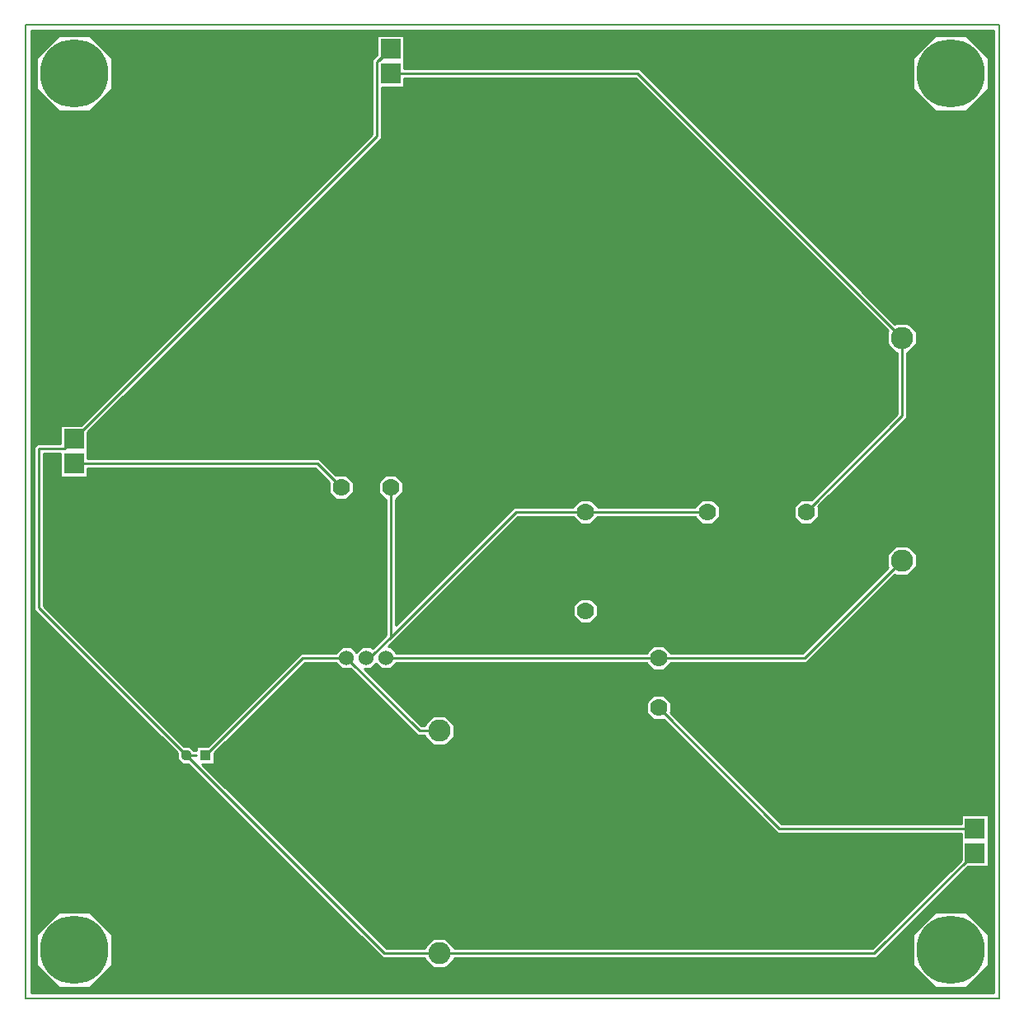
<source format=gbr>
G04 PROTEUS GERBER X2 FILE*
%TF.GenerationSoftware,Labcenter,Proteus,8.9-SP0-Build27865*%
%TF.CreationDate,2023-10-05T09:01:13+00:00*%
%TF.FileFunction,Copper,L2,Bot*%
%TF.FilePolarity,Positive*%
%TF.Part,Single*%
%TF.SameCoordinates,{d16dcb16-ce28-47dc-8ccb-8c8c1916d107}*%
%FSLAX45Y45*%
%MOMM*%
G01*
%TA.AperFunction,Conductor*%
%ADD18C,0.254000*%
%TA.AperFunction,OtherPad,Unknown*%
%ADD10C,7.000000*%
%TA.AperFunction,ComponentPad*%
%ADD11R,2.032000X2.032000*%
%ADD12C,1.778000*%
%TA.AperFunction,ComponentPad*%
%ADD13C,1.524000*%
%TA.AperFunction,ComponentPad*%
%ADD14C,2.286000*%
%TA.AperFunction,WasherPad*%
%ADD15R,1.120000X1.120000*%
%TA.AperFunction,ComponentPad*%
%ADD16C,1.120000*%
%TA.AperFunction,Profile*%
%ADD17C,0.203200*%
%TD.AperFunction*%
G36*
X+9939040Y+60960D02*
X+60960Y+60960D01*
X+60960Y+9939040D01*
X+9939040Y+9939040D01*
X+9939040Y+60960D01*
G37*
%LPC*%
G36*
X+111901Y+9339244D02*
X+111901Y+9660756D01*
X+339244Y+9888099D01*
X+660756Y+9888099D01*
X+888099Y+9660756D01*
X+888099Y+9339244D01*
X+660756Y+9111901D01*
X+339244Y+9111901D01*
X+111901Y+9339244D01*
G37*
G36*
X+9111901Y+9339244D02*
X+9111901Y+9660756D01*
X+9339244Y+9888099D01*
X+9660756Y+9888099D01*
X+9888099Y+9660756D01*
X+9888099Y+9339244D01*
X+9660756Y+9111901D01*
X+9339244Y+9111901D01*
X+9111901Y+9339244D01*
G37*
G36*
X+111901Y+339244D02*
X+111901Y+660756D01*
X+339244Y+888099D01*
X+660756Y+888099D01*
X+888099Y+660756D01*
X+888099Y+339244D01*
X+660756Y+111901D01*
X+339244Y+111901D01*
X+111901Y+339244D01*
G37*
G36*
X+9111901Y+339244D02*
X+9111901Y+660756D01*
X+9339244Y+888099D01*
X+9660756Y+888099D01*
X+9888099Y+660756D01*
X+9888099Y+339244D01*
X+9660756Y+111901D01*
X+9339244Y+111901D01*
X+9111901Y+339244D01*
G37*
G36*
X+3889699Y+9614301D02*
X+3889699Y+9550799D01*
X+6307041Y+9550799D01*
X+8928158Y+6929682D01*
X+8936874Y+6938399D01*
X+9063126Y+6938399D01*
X+9152399Y+6849126D01*
X+9152399Y+6722874D01*
X+9063126Y+6633601D01*
X+9050799Y+6633601D01*
X+9050799Y+5962959D01*
X+8141722Y+5053882D01*
X+8142999Y+5052605D01*
X+8142999Y+4947395D01*
X+8068605Y+4873001D01*
X+7963395Y+4873001D01*
X+7889001Y+4947395D01*
X+7889001Y+5052605D01*
X+7963395Y+5126999D01*
X+8068605Y+5126999D01*
X+8069882Y+5125722D01*
X+8949201Y+6005041D01*
X+8949201Y+6633601D01*
X+8936874Y+6633601D01*
X+8847601Y+6722874D01*
X+8847601Y+6849126D01*
X+8856318Y+6857842D01*
X+6264959Y+9449201D01*
X+3889699Y+9449201D01*
X+3889699Y+9360301D01*
X+3656743Y+9360301D01*
X+3656743Y+8834903D01*
X+639699Y+5817859D01*
X+639699Y+5546799D01*
X+3017041Y+5546799D01*
X+3188118Y+5375722D01*
X+3189395Y+5376999D01*
X+3294605Y+5376999D01*
X+3368999Y+5302605D01*
X+3368999Y+5197395D01*
X+3294605Y+5123001D01*
X+3189395Y+5123001D01*
X+3115001Y+5197395D01*
X+3115001Y+5302605D01*
X+3116278Y+5303882D01*
X+2974959Y+5445201D01*
X+639699Y+5445201D01*
X+639699Y+5356301D01*
X+360301Y+5356301D01*
X+360301Y+5594818D01*
X+188936Y+5594818D01*
X+188936Y+4032904D01*
X+1627741Y+2594099D01*
X+1688977Y+2594099D01*
X+1732277Y+2550799D01*
X+1755901Y+2550799D01*
X+1755901Y+2594099D01*
X+1872259Y+2594099D01*
X+2828959Y+3550799D01*
X+3185956Y+3550799D01*
X+3249456Y+3614299D01*
X+3344144Y+3614299D01*
X+3398400Y+3560043D01*
X+3452656Y+3614299D01*
X+3547344Y+3614299D01*
X+3564439Y+3597204D01*
X+3699201Y+3731966D01*
X+3699201Y+5123001D01*
X+3697395Y+5123001D01*
X+3623001Y+5197395D01*
X+3623001Y+5302605D01*
X+3697395Y+5376999D01*
X+3802605Y+5376999D01*
X+3876999Y+5302605D01*
X+3876999Y+5197395D01*
X+3802605Y+5123001D01*
X+3800799Y+5123001D01*
X+3800799Y+3833564D01*
X+5018034Y+5050799D01*
X+5623001Y+5050799D01*
X+5623001Y+5052605D01*
X+5697395Y+5126999D01*
X+5802605Y+5126999D01*
X+5876999Y+5052605D01*
X+5876999Y+5050799D01*
X+6873001Y+5050799D01*
X+6873001Y+5052605D01*
X+6947395Y+5126999D01*
X+7052605Y+5126999D01*
X+7126999Y+5052605D01*
X+7126999Y+4947395D01*
X+7052605Y+4873001D01*
X+6947395Y+4873001D01*
X+6873001Y+4947395D01*
X+6873001Y+4949201D01*
X+5876999Y+4949201D01*
X+5876999Y+4947395D01*
X+5802605Y+4873001D01*
X+5697395Y+4873001D01*
X+5623001Y+4947395D01*
X+5623001Y+4949201D01*
X+5060116Y+4949201D01*
X+3725214Y+3614299D01*
X+3750544Y+3614299D01*
X+3814044Y+3550799D01*
X+6373001Y+3550799D01*
X+6373001Y+3552605D01*
X+6447395Y+3626999D01*
X+6552605Y+3626999D01*
X+6626999Y+3552605D01*
X+6626999Y+3550799D01*
X+7978959Y+3550799D01*
X+8856318Y+4428158D01*
X+8847601Y+4436874D01*
X+8847601Y+4563126D01*
X+8936874Y+4652399D01*
X+9063126Y+4652399D01*
X+9152399Y+4563126D01*
X+9152399Y+4436874D01*
X+9063126Y+4347601D01*
X+8936874Y+4347601D01*
X+8928158Y+4356318D01*
X+8021041Y+3449201D01*
X+6626999Y+3449201D01*
X+6626999Y+3447395D01*
X+6552605Y+3373001D01*
X+6447395Y+3373001D01*
X+6373001Y+3447395D01*
X+6373001Y+3449201D01*
X+3814044Y+3449201D01*
X+3750544Y+3385701D01*
X+3655856Y+3385701D01*
X+3601600Y+3439957D01*
X+3547344Y+3385701D01*
X+3482939Y+3385701D01*
X+4067842Y+2800798D01*
X+4097601Y+2800798D01*
X+4097601Y+2813126D01*
X+4186874Y+2902399D01*
X+4313126Y+2902399D01*
X+4402399Y+2813126D01*
X+4402399Y+2686874D01*
X+4313126Y+2597601D01*
X+4186874Y+2597601D01*
X+4097601Y+2686874D01*
X+4097601Y+2699202D01*
X+4025758Y+2699202D01*
X+3339259Y+3385701D01*
X+3249456Y+3385701D01*
X+3185956Y+3449201D01*
X+2871041Y+3449201D01*
X+1944099Y+2522259D01*
X+1944099Y+2405901D01*
X+1815939Y+2405901D01*
X+3707041Y+514799D01*
X+4097601Y+514799D01*
X+4097601Y+527126D01*
X+4186874Y+616399D01*
X+4313126Y+616399D01*
X+4402399Y+527126D01*
X+4402399Y+514799D01*
X+8696958Y+514798D01*
X+9610301Y+1428141D01*
X+9610301Y+1699201D01*
X+7720959Y+1699201D01*
X+6553882Y+2866278D01*
X+6552605Y+2865001D01*
X+6447395Y+2865001D01*
X+6373001Y+2939395D01*
X+6373001Y+3044605D01*
X+6447395Y+3118999D01*
X+6552605Y+3118999D01*
X+6626999Y+3044605D01*
X+6626999Y+2939395D01*
X+6625722Y+2938118D01*
X+7763041Y+1800799D01*
X+9610301Y+1800799D01*
X+9610301Y+1889699D01*
X+9889699Y+1889699D01*
X+9889699Y+1356301D01*
X+9682141Y+1356301D01*
X+8739042Y+413202D01*
X+8718000Y+413202D01*
X+4402399Y+413201D01*
X+4402399Y+400874D01*
X+4313126Y+311601D01*
X+4186874Y+311601D01*
X+4097601Y+400874D01*
X+4097601Y+413201D01*
X+3664959Y+413201D01*
X+1672259Y+2405901D01*
X+1611023Y+2405901D01*
X+1555901Y+2461023D01*
X+1555901Y+2522259D01*
X+87338Y+3990822D01*
X+87338Y+5666658D01*
X+117096Y+5696416D01*
X+360301Y+5696416D01*
X+360301Y+5889699D01*
X+567859Y+5889699D01*
X+3555145Y+8876985D01*
X+3555145Y+9638570D01*
X+3610301Y+9693726D01*
X+3610301Y+9893699D01*
X+3889699Y+9893699D01*
X+3889699Y+9614301D01*
G37*
G36*
X+5697395Y+4110999D02*
X+5802605Y+4110999D01*
X+5876999Y+4036605D01*
X+5876999Y+3931395D01*
X+5802605Y+3857001D01*
X+5697395Y+3857001D01*
X+5623001Y+3931395D01*
X+5623001Y+4036605D01*
X+5697395Y+4110999D01*
G37*
%LPD*%
D18*
X+9000000Y+4500000D02*
X+8000000Y+3500000D01*
X+6500000Y+3500000D01*
X+3703200Y+3500000D01*
X+9000000Y+6786000D02*
X+9000000Y+5984000D01*
X+8016000Y+5000000D01*
X+7000000Y+5000000D02*
X+5750000Y+5000000D01*
X+9750000Y+1750000D02*
X+7742000Y+1750000D01*
X+6500000Y+2992000D01*
X+4250000Y+2750000D02*
X+4046800Y+2750000D01*
X+3296800Y+3500000D01*
X+3750000Y+9500000D02*
X+6286000Y+9500000D01*
X+9000000Y+6786000D01*
X+4250000Y+464000D02*
X+8718000Y+464000D01*
X+9750000Y+1496000D01*
X+3750000Y+5250000D02*
X+3750000Y+3710925D01*
X+3576200Y+3537125D01*
X+3500000Y+3500000D01*
X+5750000Y+5000000D02*
X+5039075Y+5000000D01*
X+3750000Y+3710925D01*
X+3576200Y+3537125D02*
X+3539075Y+3500000D01*
X+3500000Y+3500000D01*
X+1650000Y+2500000D02*
X+1755905Y+2500000D01*
X+1755999Y+2499906D01*
X+3750000Y+9754000D02*
X+3631769Y+9635769D01*
X+4250000Y+464000D02*
X+3686000Y+464000D01*
X+1650000Y+2500000D01*
X+1850000Y+2500000D02*
X+2850000Y+3500000D01*
X+3296800Y+3500000D01*
X+500000Y+5496000D02*
X+2996000Y+5496000D01*
X+3242000Y+5250000D01*
X+500000Y+5750000D02*
X+395617Y+5645617D01*
X+138137Y+5645617D01*
X+138137Y+4011863D01*
X+1650000Y+2500000D01*
X+500000Y+5750000D02*
X+3605944Y+8855944D01*
X+3605944Y+9617529D01*
X+3742415Y+9754000D01*
X+3750000Y+9754000D01*
X+9939040Y+60960D02*
X+60960Y+60960D01*
X+60960Y+9939040D01*
X+9939040Y+9939040D01*
X+9939040Y+60960D01*
X+111901Y+9339244D02*
X+111901Y+9660756D01*
X+339244Y+9888099D01*
X+660756Y+9888099D01*
X+888099Y+9660756D01*
X+888099Y+9339244D01*
X+660756Y+9111901D01*
X+339244Y+9111901D01*
X+111901Y+9339244D01*
X+9111901Y+9339244D02*
X+9111901Y+9660756D01*
X+9339244Y+9888099D01*
X+9660756Y+9888099D01*
X+9888099Y+9660756D01*
X+9888099Y+9339244D01*
X+9660756Y+9111901D01*
X+9339244Y+9111901D01*
X+9111901Y+9339244D01*
X+111901Y+339244D02*
X+111901Y+660756D01*
X+339244Y+888099D01*
X+660756Y+888099D01*
X+888099Y+660756D01*
X+888099Y+339244D01*
X+660756Y+111901D01*
X+339244Y+111901D01*
X+111901Y+339244D01*
X+9111901Y+339244D02*
X+9111901Y+660756D01*
X+9339244Y+888099D01*
X+9660756Y+888099D01*
X+9888099Y+660756D01*
X+9888099Y+339244D01*
X+9660756Y+111901D01*
X+9339244Y+111901D01*
X+9111901Y+339244D01*
X+3889699Y+9614301D02*
X+3889699Y+9550799D01*
X+6307041Y+9550799D01*
X+8928158Y+6929682D01*
X+8936874Y+6938399D01*
X+9063126Y+6938399D01*
X+9152399Y+6849126D01*
X+9152399Y+6722874D01*
X+9063126Y+6633601D01*
X+9050799Y+6633601D01*
X+9050799Y+5962959D01*
X+8141722Y+5053882D01*
X+8142999Y+5052605D01*
X+8142999Y+4947395D01*
X+8068605Y+4873001D01*
X+7963395Y+4873001D01*
X+7889001Y+4947395D01*
X+7889001Y+5052605D01*
X+7963395Y+5126999D01*
X+8068605Y+5126999D01*
X+8069882Y+5125722D01*
X+8949201Y+6005041D01*
X+8949201Y+6633601D01*
X+8936874Y+6633601D01*
X+8847601Y+6722874D01*
X+8847601Y+6849126D01*
X+8856318Y+6857842D01*
X+6264959Y+9449201D01*
X+3889699Y+9449201D01*
X+3889699Y+9360301D01*
X+3656743Y+9360301D01*
X+3656743Y+8834903D01*
X+639699Y+5817859D01*
X+639699Y+5546799D01*
X+3017041Y+5546799D01*
X+3188118Y+5375722D01*
X+3189395Y+5376999D01*
X+3294605Y+5376999D01*
X+3368999Y+5302605D01*
X+3368999Y+5197395D01*
X+3294605Y+5123001D01*
X+3189395Y+5123001D01*
X+3115001Y+5197395D01*
X+3115001Y+5302605D01*
X+3116278Y+5303882D01*
X+2974959Y+5445201D01*
X+639699Y+5445201D01*
X+639699Y+5356301D01*
X+360301Y+5356301D01*
X+360301Y+5594818D01*
X+188936Y+5594818D01*
X+188936Y+4032904D01*
X+1627741Y+2594099D01*
X+1688977Y+2594099D01*
X+1732277Y+2550799D01*
X+1755901Y+2550799D01*
X+1755901Y+2594099D01*
X+1872259Y+2594099D01*
X+2828959Y+3550799D01*
X+3185956Y+3550799D01*
X+3249456Y+3614299D01*
X+3344144Y+3614299D01*
X+3398400Y+3560043D01*
X+3452656Y+3614299D01*
X+3547344Y+3614299D01*
X+3564439Y+3597204D01*
X+3699201Y+3731966D01*
X+3699201Y+5123001D01*
X+3697395Y+5123001D01*
X+3623001Y+5197395D01*
X+3623001Y+5302605D01*
X+3697395Y+5376999D01*
X+3802605Y+5376999D01*
X+3876999Y+5302605D01*
X+3876999Y+5197395D01*
X+3802605Y+5123001D01*
X+3800799Y+5123001D01*
X+3800799Y+3833564D01*
X+5018034Y+5050799D01*
X+5623001Y+5050799D01*
X+5623001Y+5052605D01*
X+5697395Y+5126999D01*
X+5802605Y+5126999D01*
X+5876999Y+5052605D01*
X+5876999Y+5050799D01*
X+6873001Y+5050799D01*
X+6873001Y+5052605D01*
X+6947395Y+5126999D01*
X+7052605Y+5126999D01*
X+7126999Y+5052605D01*
X+7126999Y+4947395D01*
X+7052605Y+4873001D01*
X+6947395Y+4873001D01*
X+6873001Y+4947395D01*
X+6873001Y+4949201D01*
X+5876999Y+4949201D01*
X+5876999Y+4947395D01*
X+5802605Y+4873001D01*
X+5697395Y+4873001D01*
X+5623001Y+4947395D01*
X+5623001Y+4949201D01*
X+5060116Y+4949201D01*
X+3725214Y+3614299D01*
X+3750544Y+3614299D01*
X+3814044Y+3550799D01*
X+6373001Y+3550799D01*
X+6373001Y+3552605D01*
X+6447395Y+3626999D01*
X+6552605Y+3626999D01*
X+6626999Y+3552605D01*
X+6626999Y+3550799D01*
X+7978959Y+3550799D01*
X+8856318Y+4428158D01*
X+8847601Y+4436874D01*
X+8847601Y+4563126D01*
X+8936874Y+4652399D01*
X+9063126Y+4652399D01*
X+9152399Y+4563126D01*
X+9152399Y+4436874D01*
X+9063126Y+4347601D01*
X+8936874Y+4347601D01*
X+8928158Y+4356318D01*
X+8021041Y+3449201D01*
X+6626999Y+3449201D01*
X+6626999Y+3447395D01*
X+6552605Y+3373001D01*
X+6447395Y+3373001D01*
X+6373001Y+3447395D01*
X+6373001Y+3449201D01*
X+3814044Y+3449201D01*
X+3750544Y+3385701D01*
X+3655856Y+3385701D01*
X+3601600Y+3439957D01*
X+3547344Y+3385701D01*
X+3482939Y+3385701D01*
X+4067842Y+2800798D01*
X+4097601Y+2800798D01*
X+4097601Y+2813126D01*
X+4186874Y+2902399D01*
X+4313126Y+2902399D01*
X+4402399Y+2813126D01*
X+4402399Y+2686874D01*
X+4313126Y+2597601D01*
X+4186874Y+2597601D01*
X+4097601Y+2686874D01*
X+4097601Y+2699202D01*
X+4025758Y+2699202D01*
X+3339259Y+3385701D01*
X+3249456Y+3385701D01*
X+3185956Y+3449201D01*
X+2871041Y+3449201D01*
X+1944099Y+2522259D01*
X+1944099Y+2405901D01*
X+1815939Y+2405901D01*
X+3707041Y+514799D01*
X+4097601Y+514799D01*
X+4097601Y+527126D01*
X+4186874Y+616399D01*
X+4313126Y+616399D01*
X+4402399Y+527126D01*
X+4402399Y+514799D01*
X+8696958Y+514798D01*
X+9610301Y+1428141D01*
X+9610301Y+1699201D01*
X+7720959Y+1699201D01*
X+6553882Y+2866278D01*
X+6552605Y+2865001D01*
X+6447395Y+2865001D01*
X+6373001Y+2939395D01*
X+6373001Y+3044605D01*
X+6447395Y+3118999D01*
X+6552605Y+3118999D01*
X+6626999Y+3044605D01*
X+6626999Y+2939395D01*
X+6625722Y+2938118D01*
X+7763041Y+1800799D01*
X+9610301Y+1800799D01*
X+9610301Y+1889699D01*
X+9889699Y+1889699D01*
X+9889699Y+1356301D01*
X+9682141Y+1356301D01*
X+8739042Y+413202D01*
X+8718000Y+413202D01*
X+4402399Y+413201D01*
X+4402399Y+400874D01*
X+4313126Y+311601D01*
X+4186874Y+311601D01*
X+4097601Y+400874D01*
X+4097601Y+413201D01*
X+3664959Y+413201D01*
X+1672259Y+2405901D01*
X+1611023Y+2405901D01*
X+1555901Y+2461023D01*
X+1555901Y+2522259D01*
X+87338Y+3990822D01*
X+87338Y+5666658D01*
X+117096Y+5696416D01*
X+360301Y+5696416D01*
X+360301Y+5889699D01*
X+567859Y+5889699D01*
X+3555145Y+8876985D01*
X+3555145Y+9638570D01*
X+3610301Y+9693726D01*
X+3610301Y+9893699D01*
X+3889699Y+9893699D01*
X+3889699Y+9614301D01*
X+5697395Y+4110999D02*
X+5802605Y+4110999D01*
X+5876999Y+4036605D01*
X+5876999Y+3931395D01*
X+5802605Y+3857001D01*
X+5697395Y+3857001D01*
X+5623001Y+3931395D01*
X+5623001Y+4036605D01*
X+5697395Y+4110999D01*
D10*
X+500000Y+9500000D03*
X+9500000Y+9500000D03*
X+500000Y+500000D03*
X+9500000Y+500000D03*
D11*
X+500000Y+5496000D03*
X+500000Y+5750000D03*
D12*
X+6500000Y+3500000D03*
X+6500000Y+2992000D03*
D13*
X+3703200Y+3500000D03*
X+3500000Y+3500000D03*
X+3296800Y+3500000D03*
D14*
X+4250000Y+2750000D03*
X+4250000Y+464000D03*
X+9000000Y+4500000D03*
X+9000000Y+6786000D03*
D12*
X+7000000Y+5000000D03*
X+8016000Y+5000000D03*
D11*
X+9750000Y+1750000D03*
X+9750000Y+1496000D03*
D12*
X+5750000Y+5000000D03*
X+5750000Y+3984000D03*
D11*
X+3750000Y+9500000D03*
X+3750000Y+9754000D03*
D12*
X+3242000Y+5250000D03*
X+3750000Y+5250000D03*
D15*
X+1850000Y+2500000D03*
D16*
X+1650000Y+2500000D03*
D17*
X+0Y+0D02*
X+10000000Y+0D01*
X+10000000Y+10000000D01*
X+0Y+10000000D01*
X+0Y+0D01*
M02*

</source>
